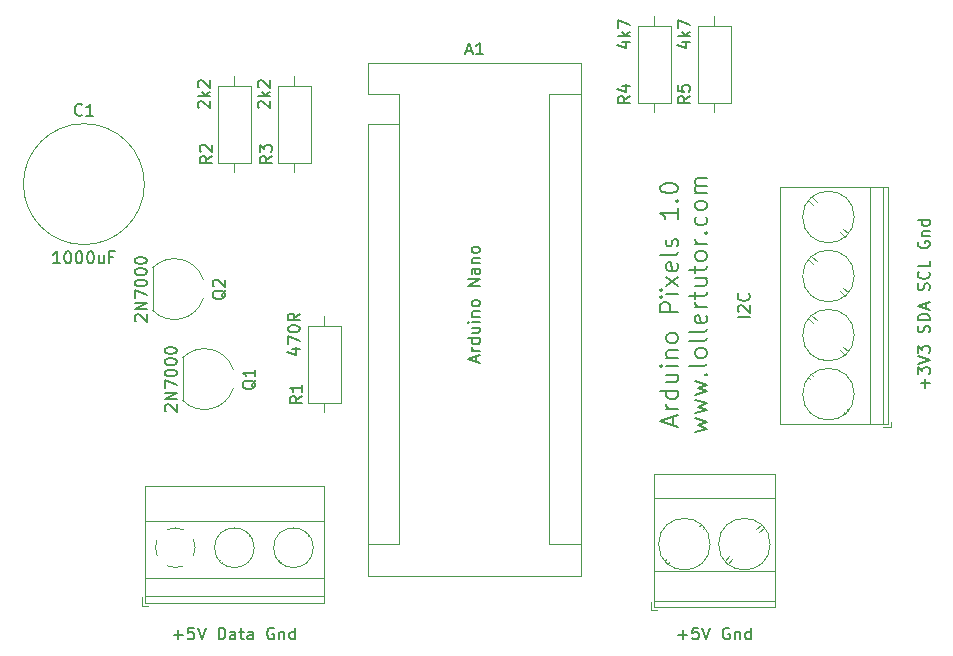
<source format=gbr>
%TF.GenerationSoftware,KiCad,Pcbnew,(6.0.5)*%
%TF.CreationDate,2022-07-13T22:10:15+01:00*%
%TF.ProjectId,WheelchairPCBKiCad,57686565-6c63-4686-9169-725043424b69,rev?*%
%TF.SameCoordinates,Original*%
%TF.FileFunction,Legend,Top*%
%TF.FilePolarity,Positive*%
%FSLAX46Y46*%
G04 Gerber Fmt 4.6, Leading zero omitted, Abs format (unit mm)*
G04 Created by KiCad (PCBNEW (6.0.5)) date 2022-07-13 22:10:15*
%MOMM*%
%LPD*%
G01*
G04 APERTURE LIST*
%ADD10C,0.150000*%
%ADD11C,0.120000*%
G04 APERTURE END LIST*
D10*
X118422500Y-106770000D02*
X118422500Y-106055714D01*
X118851071Y-106912857D02*
X117351071Y-106412857D01*
X118851071Y-105912857D01*
X118851071Y-105412857D02*
X117851071Y-105412857D01*
X118136785Y-105412857D02*
X117993928Y-105341428D01*
X117922500Y-105270000D01*
X117851071Y-105127142D01*
X117851071Y-104984285D01*
X118851071Y-103841428D02*
X117351071Y-103841428D01*
X118779642Y-103841428D02*
X118851071Y-103984285D01*
X118851071Y-104270000D01*
X118779642Y-104412857D01*
X118708214Y-104484285D01*
X118565357Y-104555714D01*
X118136785Y-104555714D01*
X117993928Y-104484285D01*
X117922500Y-104412857D01*
X117851071Y-104270000D01*
X117851071Y-103984285D01*
X117922500Y-103841428D01*
X117851071Y-102484285D02*
X118851071Y-102484285D01*
X117851071Y-103127142D02*
X118636785Y-103127142D01*
X118779642Y-103055714D01*
X118851071Y-102912857D01*
X118851071Y-102698571D01*
X118779642Y-102555714D01*
X118708214Y-102484285D01*
X118851071Y-101770000D02*
X117851071Y-101770000D01*
X117351071Y-101770000D02*
X117422500Y-101841428D01*
X117493928Y-101770000D01*
X117422500Y-101698571D01*
X117351071Y-101770000D01*
X117493928Y-101770000D01*
X117851071Y-101055714D02*
X118851071Y-101055714D01*
X117993928Y-101055714D02*
X117922500Y-100984285D01*
X117851071Y-100841428D01*
X117851071Y-100627142D01*
X117922500Y-100484285D01*
X118065357Y-100412857D01*
X118851071Y-100412857D01*
X118851071Y-99484285D02*
X118779642Y-99627142D01*
X118708214Y-99698571D01*
X118565357Y-99770000D01*
X118136785Y-99770000D01*
X117993928Y-99698571D01*
X117922500Y-99627142D01*
X117851071Y-99484285D01*
X117851071Y-99270000D01*
X117922500Y-99127142D01*
X117993928Y-99055714D01*
X118136785Y-98984285D01*
X118565357Y-98984285D01*
X118708214Y-99055714D01*
X118779642Y-99127142D01*
X118851071Y-99270000D01*
X118851071Y-99484285D01*
X118851071Y-97198571D02*
X117351071Y-97198571D01*
X117351071Y-96627142D01*
X117422500Y-96484285D01*
X117493928Y-96412857D01*
X117636785Y-96341428D01*
X117851071Y-96341428D01*
X117993928Y-96412857D01*
X118065357Y-96484285D01*
X118136785Y-96627142D01*
X118136785Y-97198571D01*
X117351071Y-95912857D02*
X117422500Y-95841428D01*
X117493928Y-95912857D01*
X117422500Y-95984285D01*
X117351071Y-95912857D01*
X117493928Y-95912857D01*
X117351071Y-95341428D02*
X117422500Y-95270000D01*
X117493928Y-95341428D01*
X117422500Y-95412857D01*
X117351071Y-95341428D01*
X117493928Y-95341428D01*
X118851071Y-95627142D02*
X117851071Y-95627142D01*
X118851071Y-94984285D02*
X117851071Y-94198571D01*
X117851071Y-94984285D02*
X118851071Y-94198571D01*
X118779642Y-93055714D02*
X118851071Y-93198571D01*
X118851071Y-93484285D01*
X118779642Y-93627142D01*
X118636785Y-93698571D01*
X118065357Y-93698571D01*
X117922500Y-93627142D01*
X117851071Y-93484285D01*
X117851071Y-93198571D01*
X117922500Y-93055714D01*
X118065357Y-92984285D01*
X118208214Y-92984285D01*
X118351071Y-93698571D01*
X118851071Y-92127142D02*
X118779642Y-92270000D01*
X118636785Y-92341428D01*
X117351071Y-92341428D01*
X118779642Y-91627142D02*
X118851071Y-91484285D01*
X118851071Y-91198571D01*
X118779642Y-91055714D01*
X118636785Y-90984285D01*
X118565357Y-90984285D01*
X118422500Y-91055714D01*
X118351071Y-91198571D01*
X118351071Y-91412857D01*
X118279642Y-91555714D01*
X118136785Y-91627142D01*
X118065357Y-91627142D01*
X117922500Y-91555714D01*
X117851071Y-91412857D01*
X117851071Y-91198571D01*
X117922500Y-91055714D01*
X118851071Y-88412857D02*
X118851071Y-89270000D01*
X118851071Y-88841428D02*
X117351071Y-88841428D01*
X117565357Y-88984285D01*
X117708214Y-89127142D01*
X117779642Y-89270000D01*
X118708214Y-87770000D02*
X118779642Y-87698571D01*
X118851071Y-87770000D01*
X118779642Y-87841428D01*
X118708214Y-87770000D01*
X118851071Y-87770000D01*
X117351071Y-86770000D02*
X117351071Y-86627142D01*
X117422500Y-86484285D01*
X117493928Y-86412857D01*
X117636785Y-86341428D01*
X117922500Y-86270000D01*
X118279642Y-86270000D01*
X118565357Y-86341428D01*
X118708214Y-86412857D01*
X118779642Y-86484285D01*
X118851071Y-86627142D01*
X118851071Y-86770000D01*
X118779642Y-86912857D01*
X118708214Y-86984285D01*
X118565357Y-87055714D01*
X118279642Y-87127142D01*
X117922500Y-87127142D01*
X117636785Y-87055714D01*
X117493928Y-86984285D01*
X117422500Y-86912857D01*
X117351071Y-86770000D01*
X120266071Y-107341428D02*
X121266071Y-107055714D01*
X120551785Y-106770000D01*
X121266071Y-106484285D01*
X120266071Y-106198571D01*
X120266071Y-105770000D02*
X121266071Y-105484285D01*
X120551785Y-105198571D01*
X121266071Y-104912857D01*
X120266071Y-104627142D01*
X120266071Y-104198571D02*
X121266071Y-103912857D01*
X120551785Y-103627142D01*
X121266071Y-103341428D01*
X120266071Y-103055714D01*
X121123214Y-102484285D02*
X121194642Y-102412857D01*
X121266071Y-102484285D01*
X121194642Y-102555714D01*
X121123214Y-102484285D01*
X121266071Y-102484285D01*
X121266071Y-101555714D02*
X121194642Y-101698571D01*
X121051785Y-101770000D01*
X119766071Y-101770000D01*
X121266071Y-100770000D02*
X121194642Y-100912857D01*
X121123214Y-100984285D01*
X120980357Y-101055714D01*
X120551785Y-101055714D01*
X120408928Y-100984285D01*
X120337500Y-100912857D01*
X120266071Y-100770000D01*
X120266071Y-100555714D01*
X120337500Y-100412857D01*
X120408928Y-100341428D01*
X120551785Y-100270000D01*
X120980357Y-100270000D01*
X121123214Y-100341428D01*
X121194642Y-100412857D01*
X121266071Y-100555714D01*
X121266071Y-100770000D01*
X121266071Y-99412857D02*
X121194642Y-99555714D01*
X121051785Y-99627142D01*
X119766071Y-99627142D01*
X121266071Y-98627142D02*
X121194642Y-98770000D01*
X121051785Y-98841428D01*
X119766071Y-98841428D01*
X121194642Y-97484285D02*
X121266071Y-97627142D01*
X121266071Y-97912857D01*
X121194642Y-98055714D01*
X121051785Y-98127142D01*
X120480357Y-98127142D01*
X120337500Y-98055714D01*
X120266071Y-97912857D01*
X120266071Y-97627142D01*
X120337500Y-97484285D01*
X120480357Y-97412857D01*
X120623214Y-97412857D01*
X120766071Y-98127142D01*
X121266071Y-96770000D02*
X120266071Y-96770000D01*
X120551785Y-96770000D02*
X120408928Y-96698571D01*
X120337500Y-96627142D01*
X120266071Y-96484285D01*
X120266071Y-96341428D01*
X120266071Y-96055714D02*
X120266071Y-95484285D01*
X119766071Y-95841428D02*
X121051785Y-95841428D01*
X121194642Y-95770000D01*
X121266071Y-95627142D01*
X121266071Y-95484285D01*
X120266071Y-94341428D02*
X121266071Y-94341428D01*
X120266071Y-94984285D02*
X121051785Y-94984285D01*
X121194642Y-94912857D01*
X121266071Y-94770000D01*
X121266071Y-94555714D01*
X121194642Y-94412857D01*
X121123214Y-94341428D01*
X120266071Y-93841428D02*
X120266071Y-93270000D01*
X119766071Y-93627142D02*
X121051785Y-93627142D01*
X121194642Y-93555714D01*
X121266071Y-93412857D01*
X121266071Y-93270000D01*
X121266071Y-92555714D02*
X121194642Y-92698571D01*
X121123214Y-92770000D01*
X120980357Y-92841428D01*
X120551785Y-92841428D01*
X120408928Y-92770000D01*
X120337500Y-92698571D01*
X120266071Y-92555714D01*
X120266071Y-92341428D01*
X120337500Y-92198571D01*
X120408928Y-92127142D01*
X120551785Y-92055714D01*
X120980357Y-92055714D01*
X121123214Y-92127142D01*
X121194642Y-92198571D01*
X121266071Y-92341428D01*
X121266071Y-92555714D01*
X121266071Y-91412857D02*
X120266071Y-91412857D01*
X120551785Y-91412857D02*
X120408928Y-91341428D01*
X120337500Y-91270000D01*
X120266071Y-91127142D01*
X120266071Y-90984285D01*
X121123214Y-90484285D02*
X121194642Y-90412857D01*
X121266071Y-90484285D01*
X121194642Y-90555714D01*
X121123214Y-90484285D01*
X121266071Y-90484285D01*
X121194642Y-89127142D02*
X121266071Y-89270000D01*
X121266071Y-89555714D01*
X121194642Y-89698571D01*
X121123214Y-89770000D01*
X120980357Y-89841428D01*
X120551785Y-89841428D01*
X120408928Y-89770000D01*
X120337500Y-89698571D01*
X120266071Y-89555714D01*
X120266071Y-89270000D01*
X120337500Y-89127142D01*
X121266071Y-88270000D02*
X121194642Y-88412857D01*
X121123214Y-88484285D01*
X120980357Y-88555714D01*
X120551785Y-88555714D01*
X120408928Y-88484285D01*
X120337500Y-88412857D01*
X120266071Y-88270000D01*
X120266071Y-88055714D01*
X120337500Y-87912857D01*
X120408928Y-87841428D01*
X120551785Y-87770000D01*
X120980357Y-87770000D01*
X121123214Y-87841428D01*
X121194642Y-87912857D01*
X121266071Y-88055714D01*
X121266071Y-88270000D01*
X121266071Y-87127142D02*
X120266071Y-87127142D01*
X120408928Y-87127142D02*
X120337500Y-87055714D01*
X120266071Y-86912857D01*
X120266071Y-86698571D01*
X120337500Y-86555714D01*
X120480357Y-86484285D01*
X121266071Y-86484285D01*
X120480357Y-86484285D02*
X120337500Y-86412857D01*
X120266071Y-86270000D01*
X120266071Y-86055714D01*
X120337500Y-85912857D01*
X120480357Y-85841428D01*
X121266071Y-85841428D01*
X139771428Y-103615238D02*
X139771428Y-102853333D01*
X140152380Y-103234285D02*
X139390476Y-103234285D01*
X139152380Y-102472380D02*
X139152380Y-101853333D01*
X139533333Y-102186666D01*
X139533333Y-102043809D01*
X139580952Y-101948571D01*
X139628571Y-101900952D01*
X139723809Y-101853333D01*
X139961904Y-101853333D01*
X140057142Y-101900952D01*
X140104761Y-101948571D01*
X140152380Y-102043809D01*
X140152380Y-102329523D01*
X140104761Y-102424761D01*
X140057142Y-102472380D01*
X139152380Y-101567619D02*
X140152380Y-101234285D01*
X139152380Y-100900952D01*
X139152380Y-100662857D02*
X139152380Y-100043809D01*
X139533333Y-100377142D01*
X139533333Y-100234285D01*
X139580952Y-100139047D01*
X139628571Y-100091428D01*
X139723809Y-100043809D01*
X139961904Y-100043809D01*
X140057142Y-100091428D01*
X140104761Y-100139047D01*
X140152380Y-100234285D01*
X140152380Y-100520000D01*
X140104761Y-100615238D01*
X140057142Y-100662857D01*
X140104761Y-98900952D02*
X140152380Y-98758095D01*
X140152380Y-98520000D01*
X140104761Y-98424761D01*
X140057142Y-98377142D01*
X139961904Y-98329523D01*
X139866666Y-98329523D01*
X139771428Y-98377142D01*
X139723809Y-98424761D01*
X139676190Y-98520000D01*
X139628571Y-98710476D01*
X139580952Y-98805714D01*
X139533333Y-98853333D01*
X139438095Y-98900952D01*
X139342857Y-98900952D01*
X139247619Y-98853333D01*
X139200000Y-98805714D01*
X139152380Y-98710476D01*
X139152380Y-98472380D01*
X139200000Y-98329523D01*
X140152380Y-97900952D02*
X139152380Y-97900952D01*
X139152380Y-97662857D01*
X139200000Y-97520000D01*
X139295238Y-97424761D01*
X139390476Y-97377142D01*
X139580952Y-97329523D01*
X139723809Y-97329523D01*
X139914285Y-97377142D01*
X140009523Y-97424761D01*
X140104761Y-97520000D01*
X140152380Y-97662857D01*
X140152380Y-97900952D01*
X139866666Y-96948571D02*
X139866666Y-96472380D01*
X140152380Y-97043809D02*
X139152380Y-96710476D01*
X140152380Y-96377142D01*
X140104761Y-95329523D02*
X140152380Y-95186666D01*
X140152380Y-94948571D01*
X140104761Y-94853333D01*
X140057142Y-94805714D01*
X139961904Y-94758095D01*
X139866666Y-94758095D01*
X139771428Y-94805714D01*
X139723809Y-94853333D01*
X139676190Y-94948571D01*
X139628571Y-95139047D01*
X139580952Y-95234285D01*
X139533333Y-95281904D01*
X139438095Y-95329523D01*
X139342857Y-95329523D01*
X139247619Y-95281904D01*
X139200000Y-95234285D01*
X139152380Y-95139047D01*
X139152380Y-94900952D01*
X139200000Y-94758095D01*
X140057142Y-93758095D02*
X140104761Y-93805714D01*
X140152380Y-93948571D01*
X140152380Y-94043809D01*
X140104761Y-94186666D01*
X140009523Y-94281904D01*
X139914285Y-94329523D01*
X139723809Y-94377142D01*
X139580952Y-94377142D01*
X139390476Y-94329523D01*
X139295238Y-94281904D01*
X139200000Y-94186666D01*
X139152380Y-94043809D01*
X139152380Y-93948571D01*
X139200000Y-93805714D01*
X139247619Y-93758095D01*
X140152380Y-92853333D02*
X140152380Y-93329523D01*
X139152380Y-93329523D01*
X139200000Y-91234285D02*
X139152380Y-91329523D01*
X139152380Y-91472380D01*
X139200000Y-91615238D01*
X139295238Y-91710476D01*
X139390476Y-91758095D01*
X139580952Y-91805714D01*
X139723809Y-91805714D01*
X139914285Y-91758095D01*
X140009523Y-91710476D01*
X140104761Y-91615238D01*
X140152380Y-91472380D01*
X140152380Y-91377142D01*
X140104761Y-91234285D01*
X140057142Y-91186666D01*
X139723809Y-91186666D01*
X139723809Y-91377142D01*
X139485714Y-90758095D02*
X140152380Y-90758095D01*
X139580952Y-90758095D02*
X139533333Y-90710476D01*
X139485714Y-90615238D01*
X139485714Y-90472380D01*
X139533333Y-90377142D01*
X139628571Y-90329523D01*
X140152380Y-90329523D01*
X140152380Y-89424761D02*
X139152380Y-89424761D01*
X140104761Y-89424761D02*
X140152380Y-89520000D01*
X140152380Y-89710476D01*
X140104761Y-89805714D01*
X140057142Y-89853333D01*
X139961904Y-89900952D01*
X139676190Y-89900952D01*
X139580952Y-89853333D01*
X139533333Y-89805714D01*
X139485714Y-89710476D01*
X139485714Y-89520000D01*
X139533333Y-89424761D01*
X118848571Y-124531428D02*
X119610476Y-124531428D01*
X119229523Y-124912380D02*
X119229523Y-124150476D01*
X120562857Y-123912380D02*
X120086666Y-123912380D01*
X120039047Y-124388571D01*
X120086666Y-124340952D01*
X120181904Y-124293333D01*
X120420000Y-124293333D01*
X120515238Y-124340952D01*
X120562857Y-124388571D01*
X120610476Y-124483809D01*
X120610476Y-124721904D01*
X120562857Y-124817142D01*
X120515238Y-124864761D01*
X120420000Y-124912380D01*
X120181904Y-124912380D01*
X120086666Y-124864761D01*
X120039047Y-124817142D01*
X120896190Y-123912380D02*
X121229523Y-124912380D01*
X121562857Y-123912380D01*
X123181904Y-123960000D02*
X123086666Y-123912380D01*
X122943809Y-123912380D01*
X122800952Y-123960000D01*
X122705714Y-124055238D01*
X122658095Y-124150476D01*
X122610476Y-124340952D01*
X122610476Y-124483809D01*
X122658095Y-124674285D01*
X122705714Y-124769523D01*
X122800952Y-124864761D01*
X122943809Y-124912380D01*
X123039047Y-124912380D01*
X123181904Y-124864761D01*
X123229523Y-124817142D01*
X123229523Y-124483809D01*
X123039047Y-124483809D01*
X123658095Y-124245714D02*
X123658095Y-124912380D01*
X123658095Y-124340952D02*
X123705714Y-124293333D01*
X123800952Y-124245714D01*
X123943809Y-124245714D01*
X124039047Y-124293333D01*
X124086666Y-124388571D01*
X124086666Y-124912380D01*
X124991428Y-124912380D02*
X124991428Y-123912380D01*
X124991428Y-124864761D02*
X124896190Y-124912380D01*
X124705714Y-124912380D01*
X124610476Y-124864761D01*
X124562857Y-124817142D01*
X124515238Y-124721904D01*
X124515238Y-124436190D01*
X124562857Y-124340952D01*
X124610476Y-124293333D01*
X124705714Y-124245714D01*
X124896190Y-124245714D01*
X124991428Y-124293333D01*
X76137142Y-124531428D02*
X76899047Y-124531428D01*
X76518095Y-124912380D02*
X76518095Y-124150476D01*
X77851428Y-123912380D02*
X77375238Y-123912380D01*
X77327619Y-124388571D01*
X77375238Y-124340952D01*
X77470476Y-124293333D01*
X77708571Y-124293333D01*
X77803809Y-124340952D01*
X77851428Y-124388571D01*
X77899047Y-124483809D01*
X77899047Y-124721904D01*
X77851428Y-124817142D01*
X77803809Y-124864761D01*
X77708571Y-124912380D01*
X77470476Y-124912380D01*
X77375238Y-124864761D01*
X77327619Y-124817142D01*
X78184761Y-123912380D02*
X78518095Y-124912380D01*
X78851428Y-123912380D01*
X79946666Y-124912380D02*
X79946666Y-123912380D01*
X80184761Y-123912380D01*
X80327619Y-123960000D01*
X80422857Y-124055238D01*
X80470476Y-124150476D01*
X80518095Y-124340952D01*
X80518095Y-124483809D01*
X80470476Y-124674285D01*
X80422857Y-124769523D01*
X80327619Y-124864761D01*
X80184761Y-124912380D01*
X79946666Y-124912380D01*
X81375238Y-124912380D02*
X81375238Y-124388571D01*
X81327619Y-124293333D01*
X81232380Y-124245714D01*
X81041904Y-124245714D01*
X80946666Y-124293333D01*
X81375238Y-124864761D02*
X81280000Y-124912380D01*
X81041904Y-124912380D01*
X80946666Y-124864761D01*
X80899047Y-124769523D01*
X80899047Y-124674285D01*
X80946666Y-124579047D01*
X81041904Y-124531428D01*
X81280000Y-124531428D01*
X81375238Y-124483809D01*
X81708571Y-124245714D02*
X82089523Y-124245714D01*
X81851428Y-123912380D02*
X81851428Y-124769523D01*
X81899047Y-124864761D01*
X81994285Y-124912380D01*
X82089523Y-124912380D01*
X82851428Y-124912380D02*
X82851428Y-124388571D01*
X82803809Y-124293333D01*
X82708571Y-124245714D01*
X82518095Y-124245714D01*
X82422857Y-124293333D01*
X82851428Y-124864761D02*
X82756190Y-124912380D01*
X82518095Y-124912380D01*
X82422857Y-124864761D01*
X82375238Y-124769523D01*
X82375238Y-124674285D01*
X82422857Y-124579047D01*
X82518095Y-124531428D01*
X82756190Y-124531428D01*
X82851428Y-124483809D01*
X84613333Y-123960000D02*
X84518095Y-123912380D01*
X84375238Y-123912380D01*
X84232380Y-123960000D01*
X84137142Y-124055238D01*
X84089523Y-124150476D01*
X84041904Y-124340952D01*
X84041904Y-124483809D01*
X84089523Y-124674285D01*
X84137142Y-124769523D01*
X84232380Y-124864761D01*
X84375238Y-124912380D01*
X84470476Y-124912380D01*
X84613333Y-124864761D01*
X84660952Y-124817142D01*
X84660952Y-124483809D01*
X84470476Y-124483809D01*
X85089523Y-124245714D02*
X85089523Y-124912380D01*
X85089523Y-124340952D02*
X85137142Y-124293333D01*
X85232380Y-124245714D01*
X85375238Y-124245714D01*
X85470476Y-124293333D01*
X85518095Y-124388571D01*
X85518095Y-124912380D01*
X86422857Y-124912380D02*
X86422857Y-123912380D01*
X86422857Y-124864761D02*
X86327619Y-124912380D01*
X86137142Y-124912380D01*
X86041904Y-124864761D01*
X85994285Y-124817142D01*
X85946666Y-124721904D01*
X85946666Y-124436190D01*
X85994285Y-124340952D01*
X86041904Y-124293333D01*
X86137142Y-124245714D01*
X86327619Y-124245714D01*
X86422857Y-124293333D01*
%TO.C,C1*%
X68373333Y-80467142D02*
X68325714Y-80514761D01*
X68182857Y-80562380D01*
X68087619Y-80562380D01*
X67944761Y-80514761D01*
X67849523Y-80419523D01*
X67801904Y-80324285D01*
X67754285Y-80133809D01*
X67754285Y-79990952D01*
X67801904Y-79800476D01*
X67849523Y-79705238D01*
X67944761Y-79610000D01*
X68087619Y-79562380D01*
X68182857Y-79562380D01*
X68325714Y-79610000D01*
X68373333Y-79657619D01*
X69325714Y-80562380D02*
X68754285Y-80562380D01*
X69040000Y-80562380D02*
X69040000Y-79562380D01*
X68944761Y-79705238D01*
X68849523Y-79800476D01*
X68754285Y-79848095D01*
X66516190Y-93062380D02*
X65944761Y-93062380D01*
X66230476Y-93062380D02*
X66230476Y-92062380D01*
X66135238Y-92205238D01*
X66040000Y-92300476D01*
X65944761Y-92348095D01*
X67135238Y-92062380D02*
X67230476Y-92062380D01*
X67325714Y-92110000D01*
X67373333Y-92157619D01*
X67420952Y-92252857D01*
X67468571Y-92443333D01*
X67468571Y-92681428D01*
X67420952Y-92871904D01*
X67373333Y-92967142D01*
X67325714Y-93014761D01*
X67230476Y-93062380D01*
X67135238Y-93062380D01*
X67040000Y-93014761D01*
X66992380Y-92967142D01*
X66944761Y-92871904D01*
X66897142Y-92681428D01*
X66897142Y-92443333D01*
X66944761Y-92252857D01*
X66992380Y-92157619D01*
X67040000Y-92110000D01*
X67135238Y-92062380D01*
X68087619Y-92062380D02*
X68182857Y-92062380D01*
X68278095Y-92110000D01*
X68325714Y-92157619D01*
X68373333Y-92252857D01*
X68420952Y-92443333D01*
X68420952Y-92681428D01*
X68373333Y-92871904D01*
X68325714Y-92967142D01*
X68278095Y-93014761D01*
X68182857Y-93062380D01*
X68087619Y-93062380D01*
X67992380Y-93014761D01*
X67944761Y-92967142D01*
X67897142Y-92871904D01*
X67849523Y-92681428D01*
X67849523Y-92443333D01*
X67897142Y-92252857D01*
X67944761Y-92157619D01*
X67992380Y-92110000D01*
X68087619Y-92062380D01*
X69040000Y-92062380D02*
X69135238Y-92062380D01*
X69230476Y-92110000D01*
X69278095Y-92157619D01*
X69325714Y-92252857D01*
X69373333Y-92443333D01*
X69373333Y-92681428D01*
X69325714Y-92871904D01*
X69278095Y-92967142D01*
X69230476Y-93014761D01*
X69135238Y-93062380D01*
X69040000Y-93062380D01*
X68944761Y-93014761D01*
X68897142Y-92967142D01*
X68849523Y-92871904D01*
X68801904Y-92681428D01*
X68801904Y-92443333D01*
X68849523Y-92252857D01*
X68897142Y-92157619D01*
X68944761Y-92110000D01*
X69040000Y-92062380D01*
X70230476Y-92395714D02*
X70230476Y-93062380D01*
X69801904Y-92395714D02*
X69801904Y-92919523D01*
X69849523Y-93014761D01*
X69944761Y-93062380D01*
X70087619Y-93062380D01*
X70182857Y-93014761D01*
X70230476Y-92967142D01*
X71040000Y-92538571D02*
X70706666Y-92538571D01*
X70706666Y-93062380D02*
X70706666Y-92062380D01*
X71182857Y-92062380D01*
%TO.C,A1*%
X100895714Y-75096666D02*
X101371904Y-75096666D01*
X100800476Y-75382380D02*
X101133809Y-74382380D01*
X101467142Y-75382380D01*
X102324285Y-75382380D02*
X101752857Y-75382380D01*
X102038571Y-75382380D02*
X102038571Y-74382380D01*
X101943333Y-74525238D01*
X101848095Y-74620476D01*
X101752857Y-74668095D01*
X101766666Y-101377142D02*
X101766666Y-100900952D01*
X102052380Y-101472380D02*
X101052380Y-101139047D01*
X102052380Y-100805714D01*
X102052380Y-100472380D02*
X101385714Y-100472380D01*
X101576190Y-100472380D02*
X101480952Y-100424761D01*
X101433333Y-100377142D01*
X101385714Y-100281904D01*
X101385714Y-100186666D01*
X102052380Y-99424761D02*
X101052380Y-99424761D01*
X102004761Y-99424761D02*
X102052380Y-99520000D01*
X102052380Y-99710476D01*
X102004761Y-99805714D01*
X101957142Y-99853333D01*
X101861904Y-99900952D01*
X101576190Y-99900952D01*
X101480952Y-99853333D01*
X101433333Y-99805714D01*
X101385714Y-99710476D01*
X101385714Y-99520000D01*
X101433333Y-99424761D01*
X101385714Y-98520000D02*
X102052380Y-98520000D01*
X101385714Y-98948571D02*
X101909523Y-98948571D01*
X102004761Y-98900952D01*
X102052380Y-98805714D01*
X102052380Y-98662857D01*
X102004761Y-98567619D01*
X101957142Y-98520000D01*
X102052380Y-98043809D02*
X101385714Y-98043809D01*
X101052380Y-98043809D02*
X101100000Y-98091428D01*
X101147619Y-98043809D01*
X101100000Y-97996190D01*
X101052380Y-98043809D01*
X101147619Y-98043809D01*
X101385714Y-97567619D02*
X102052380Y-97567619D01*
X101480952Y-97567619D02*
X101433333Y-97520000D01*
X101385714Y-97424761D01*
X101385714Y-97281904D01*
X101433333Y-97186666D01*
X101528571Y-97139047D01*
X102052380Y-97139047D01*
X102052380Y-96520000D02*
X102004761Y-96615238D01*
X101957142Y-96662857D01*
X101861904Y-96710476D01*
X101576190Y-96710476D01*
X101480952Y-96662857D01*
X101433333Y-96615238D01*
X101385714Y-96520000D01*
X101385714Y-96377142D01*
X101433333Y-96281904D01*
X101480952Y-96234285D01*
X101576190Y-96186666D01*
X101861904Y-96186666D01*
X101957142Y-96234285D01*
X102004761Y-96281904D01*
X102052380Y-96377142D01*
X102052380Y-96520000D01*
X102052380Y-94996190D02*
X101052380Y-94996190D01*
X102052380Y-94424761D01*
X101052380Y-94424761D01*
X102052380Y-93520000D02*
X101528571Y-93520000D01*
X101433333Y-93567619D01*
X101385714Y-93662857D01*
X101385714Y-93853333D01*
X101433333Y-93948571D01*
X102004761Y-93520000D02*
X102052380Y-93615238D01*
X102052380Y-93853333D01*
X102004761Y-93948571D01*
X101909523Y-93996190D01*
X101814285Y-93996190D01*
X101719047Y-93948571D01*
X101671428Y-93853333D01*
X101671428Y-93615238D01*
X101623809Y-93520000D01*
X101385714Y-93043809D02*
X102052380Y-93043809D01*
X101480952Y-93043809D02*
X101433333Y-92996190D01*
X101385714Y-92900952D01*
X101385714Y-92758095D01*
X101433333Y-92662857D01*
X101528571Y-92615238D01*
X102052380Y-92615238D01*
X102052380Y-91996190D02*
X102004761Y-92091428D01*
X101957142Y-92139047D01*
X101861904Y-92186666D01*
X101576190Y-92186666D01*
X101480952Y-92139047D01*
X101433333Y-92091428D01*
X101385714Y-91996190D01*
X101385714Y-91853333D01*
X101433333Y-91758095D01*
X101480952Y-91710476D01*
X101576190Y-91662857D01*
X101861904Y-91662857D01*
X101957142Y-91710476D01*
X102004761Y-91758095D01*
X102052380Y-91853333D01*
X102052380Y-91996190D01*
%TO.C,Q2*%
X80547619Y-95345238D02*
X80500000Y-95440476D01*
X80404761Y-95535714D01*
X80261904Y-95678571D01*
X80214285Y-95773809D01*
X80214285Y-95869047D01*
X80452380Y-95821428D02*
X80404761Y-95916666D01*
X80309523Y-96011904D01*
X80119047Y-96059523D01*
X79785714Y-96059523D01*
X79595238Y-96011904D01*
X79500000Y-95916666D01*
X79452380Y-95821428D01*
X79452380Y-95630952D01*
X79500000Y-95535714D01*
X79595238Y-95440476D01*
X79785714Y-95392857D01*
X80119047Y-95392857D01*
X80309523Y-95440476D01*
X80404761Y-95535714D01*
X80452380Y-95630952D01*
X80452380Y-95821428D01*
X79547619Y-95011904D02*
X79500000Y-94964285D01*
X79452380Y-94869047D01*
X79452380Y-94630952D01*
X79500000Y-94535714D01*
X79547619Y-94488095D01*
X79642857Y-94440476D01*
X79738095Y-94440476D01*
X79880952Y-94488095D01*
X80452380Y-95059523D01*
X80452380Y-94440476D01*
X72957619Y-97964285D02*
X72910000Y-97916666D01*
X72862380Y-97821428D01*
X72862380Y-97583333D01*
X72910000Y-97488095D01*
X72957619Y-97440476D01*
X73052857Y-97392857D01*
X73148095Y-97392857D01*
X73290952Y-97440476D01*
X73862380Y-98011904D01*
X73862380Y-97392857D01*
X73862380Y-96964285D02*
X72862380Y-96964285D01*
X73862380Y-96392857D01*
X72862380Y-96392857D01*
X72862380Y-96011904D02*
X72862380Y-95345238D01*
X73862380Y-95773809D01*
X72862380Y-94773809D02*
X72862380Y-94678571D01*
X72910000Y-94583333D01*
X72957619Y-94535714D01*
X73052857Y-94488095D01*
X73243333Y-94440476D01*
X73481428Y-94440476D01*
X73671904Y-94488095D01*
X73767142Y-94535714D01*
X73814761Y-94583333D01*
X73862380Y-94678571D01*
X73862380Y-94773809D01*
X73814761Y-94869047D01*
X73767142Y-94916666D01*
X73671904Y-94964285D01*
X73481428Y-95011904D01*
X73243333Y-95011904D01*
X73052857Y-94964285D01*
X72957619Y-94916666D01*
X72910000Y-94869047D01*
X72862380Y-94773809D01*
X72862380Y-93821428D02*
X72862380Y-93726190D01*
X72910000Y-93630952D01*
X72957619Y-93583333D01*
X73052857Y-93535714D01*
X73243333Y-93488095D01*
X73481428Y-93488095D01*
X73671904Y-93535714D01*
X73767142Y-93583333D01*
X73814761Y-93630952D01*
X73862380Y-93726190D01*
X73862380Y-93821428D01*
X73814761Y-93916666D01*
X73767142Y-93964285D01*
X73671904Y-94011904D01*
X73481428Y-94059523D01*
X73243333Y-94059523D01*
X73052857Y-94011904D01*
X72957619Y-93964285D01*
X72910000Y-93916666D01*
X72862380Y-93821428D01*
X72862380Y-92869047D02*
X72862380Y-92773809D01*
X72910000Y-92678571D01*
X72957619Y-92630952D01*
X73052857Y-92583333D01*
X73243333Y-92535714D01*
X73481428Y-92535714D01*
X73671904Y-92583333D01*
X73767142Y-92630952D01*
X73814761Y-92678571D01*
X73862380Y-92773809D01*
X73862380Y-92869047D01*
X73814761Y-92964285D01*
X73767142Y-93011904D01*
X73671904Y-93059523D01*
X73481428Y-93107142D01*
X73243333Y-93107142D01*
X73052857Y-93059523D01*
X72957619Y-93011904D01*
X72910000Y-92964285D01*
X72862380Y-92869047D01*
%TO.C,Q1*%
X83087619Y-102965238D02*
X83040000Y-103060476D01*
X82944761Y-103155714D01*
X82801904Y-103298571D01*
X82754285Y-103393809D01*
X82754285Y-103489047D01*
X82992380Y-103441428D02*
X82944761Y-103536666D01*
X82849523Y-103631904D01*
X82659047Y-103679523D01*
X82325714Y-103679523D01*
X82135238Y-103631904D01*
X82040000Y-103536666D01*
X81992380Y-103441428D01*
X81992380Y-103250952D01*
X82040000Y-103155714D01*
X82135238Y-103060476D01*
X82325714Y-103012857D01*
X82659047Y-103012857D01*
X82849523Y-103060476D01*
X82944761Y-103155714D01*
X82992380Y-103250952D01*
X82992380Y-103441428D01*
X82992380Y-102060476D02*
X82992380Y-102631904D01*
X82992380Y-102346190D02*
X81992380Y-102346190D01*
X82135238Y-102441428D01*
X82230476Y-102536666D01*
X82278095Y-102631904D01*
X75497619Y-105584285D02*
X75450000Y-105536666D01*
X75402380Y-105441428D01*
X75402380Y-105203333D01*
X75450000Y-105108095D01*
X75497619Y-105060476D01*
X75592857Y-105012857D01*
X75688095Y-105012857D01*
X75830952Y-105060476D01*
X76402380Y-105631904D01*
X76402380Y-105012857D01*
X76402380Y-104584285D02*
X75402380Y-104584285D01*
X76402380Y-104012857D01*
X75402380Y-104012857D01*
X75402380Y-103631904D02*
X75402380Y-102965238D01*
X76402380Y-103393809D01*
X75402380Y-102393809D02*
X75402380Y-102298571D01*
X75450000Y-102203333D01*
X75497619Y-102155714D01*
X75592857Y-102108095D01*
X75783333Y-102060476D01*
X76021428Y-102060476D01*
X76211904Y-102108095D01*
X76307142Y-102155714D01*
X76354761Y-102203333D01*
X76402380Y-102298571D01*
X76402380Y-102393809D01*
X76354761Y-102489047D01*
X76307142Y-102536666D01*
X76211904Y-102584285D01*
X76021428Y-102631904D01*
X75783333Y-102631904D01*
X75592857Y-102584285D01*
X75497619Y-102536666D01*
X75450000Y-102489047D01*
X75402380Y-102393809D01*
X75402380Y-101441428D02*
X75402380Y-101346190D01*
X75450000Y-101250952D01*
X75497619Y-101203333D01*
X75592857Y-101155714D01*
X75783333Y-101108095D01*
X76021428Y-101108095D01*
X76211904Y-101155714D01*
X76307142Y-101203333D01*
X76354761Y-101250952D01*
X76402380Y-101346190D01*
X76402380Y-101441428D01*
X76354761Y-101536666D01*
X76307142Y-101584285D01*
X76211904Y-101631904D01*
X76021428Y-101679523D01*
X75783333Y-101679523D01*
X75592857Y-101631904D01*
X75497619Y-101584285D01*
X75450000Y-101536666D01*
X75402380Y-101441428D01*
X75402380Y-100489047D02*
X75402380Y-100393809D01*
X75450000Y-100298571D01*
X75497619Y-100250952D01*
X75592857Y-100203333D01*
X75783333Y-100155714D01*
X76021428Y-100155714D01*
X76211904Y-100203333D01*
X76307142Y-100250952D01*
X76354761Y-100298571D01*
X76402380Y-100393809D01*
X76402380Y-100489047D01*
X76354761Y-100584285D01*
X76307142Y-100631904D01*
X76211904Y-100679523D01*
X76021428Y-100727142D01*
X75783333Y-100727142D01*
X75592857Y-100679523D01*
X75497619Y-100631904D01*
X75450000Y-100584285D01*
X75402380Y-100489047D01*
%TO.C,R5*%
X119832380Y-78906666D02*
X119356190Y-79240000D01*
X119832380Y-79478095D02*
X118832380Y-79478095D01*
X118832380Y-79097142D01*
X118880000Y-79001904D01*
X118927619Y-78954285D01*
X119022857Y-78906666D01*
X119165714Y-78906666D01*
X119260952Y-78954285D01*
X119308571Y-79001904D01*
X119356190Y-79097142D01*
X119356190Y-79478095D01*
X118832380Y-78001904D02*
X118832380Y-78478095D01*
X119308571Y-78525714D01*
X119260952Y-78478095D01*
X119213333Y-78382857D01*
X119213333Y-78144761D01*
X119260952Y-78049523D01*
X119308571Y-78001904D01*
X119403809Y-77954285D01*
X119641904Y-77954285D01*
X119737142Y-78001904D01*
X119784761Y-78049523D01*
X119832380Y-78144761D01*
X119832380Y-78382857D01*
X119784761Y-78478095D01*
X119737142Y-78525714D01*
X119165714Y-74350476D02*
X119832380Y-74350476D01*
X118784761Y-74588571D02*
X119499047Y-74826666D01*
X119499047Y-74207619D01*
X119832380Y-73826666D02*
X118832380Y-73826666D01*
X119451428Y-73731428D02*
X119832380Y-73445714D01*
X119165714Y-73445714D02*
X119546666Y-73826666D01*
X118832380Y-73112380D02*
X118832380Y-72445714D01*
X119832380Y-72874285D01*
%TO.C,R4*%
X114752380Y-78906666D02*
X114276190Y-79240000D01*
X114752380Y-79478095D02*
X113752380Y-79478095D01*
X113752380Y-79097142D01*
X113800000Y-79001904D01*
X113847619Y-78954285D01*
X113942857Y-78906666D01*
X114085714Y-78906666D01*
X114180952Y-78954285D01*
X114228571Y-79001904D01*
X114276190Y-79097142D01*
X114276190Y-79478095D01*
X114085714Y-78049523D02*
X114752380Y-78049523D01*
X113704761Y-78287619D02*
X114419047Y-78525714D01*
X114419047Y-77906666D01*
X114085714Y-74350476D02*
X114752380Y-74350476D01*
X113704761Y-74588571D02*
X114419047Y-74826666D01*
X114419047Y-74207619D01*
X114752380Y-73826666D02*
X113752380Y-73826666D01*
X114371428Y-73731428D02*
X114752380Y-73445714D01*
X114085714Y-73445714D02*
X114466666Y-73826666D01*
X113752380Y-73112380D02*
X113752380Y-72445714D01*
X114752380Y-72874285D01*
%TO.C,R3*%
X84442380Y-83986666D02*
X83966190Y-84320000D01*
X84442380Y-84558095D02*
X83442380Y-84558095D01*
X83442380Y-84177142D01*
X83490000Y-84081904D01*
X83537619Y-84034285D01*
X83632857Y-83986666D01*
X83775714Y-83986666D01*
X83870952Y-84034285D01*
X83918571Y-84081904D01*
X83966190Y-84177142D01*
X83966190Y-84558095D01*
X83442380Y-83653333D02*
X83442380Y-83034285D01*
X83823333Y-83367619D01*
X83823333Y-83224761D01*
X83870952Y-83129523D01*
X83918571Y-83081904D01*
X84013809Y-83034285D01*
X84251904Y-83034285D01*
X84347142Y-83081904D01*
X84394761Y-83129523D01*
X84442380Y-83224761D01*
X84442380Y-83510476D01*
X84394761Y-83605714D01*
X84347142Y-83653333D01*
X83367619Y-79906666D02*
X83320000Y-79859047D01*
X83272380Y-79763809D01*
X83272380Y-79525714D01*
X83320000Y-79430476D01*
X83367619Y-79382857D01*
X83462857Y-79335238D01*
X83558095Y-79335238D01*
X83700952Y-79382857D01*
X84272380Y-79954285D01*
X84272380Y-79335238D01*
X84272380Y-78906666D02*
X83272380Y-78906666D01*
X83891428Y-78811428D02*
X84272380Y-78525714D01*
X83605714Y-78525714D02*
X83986666Y-78906666D01*
X83367619Y-78144761D02*
X83320000Y-78097142D01*
X83272380Y-78001904D01*
X83272380Y-77763809D01*
X83320000Y-77668571D01*
X83367619Y-77620952D01*
X83462857Y-77573333D01*
X83558095Y-77573333D01*
X83700952Y-77620952D01*
X84272380Y-78192380D01*
X84272380Y-77573333D01*
%TO.C,R2*%
X79362380Y-83986666D02*
X78886190Y-84320000D01*
X79362380Y-84558095D02*
X78362380Y-84558095D01*
X78362380Y-84177142D01*
X78410000Y-84081904D01*
X78457619Y-84034285D01*
X78552857Y-83986666D01*
X78695714Y-83986666D01*
X78790952Y-84034285D01*
X78838571Y-84081904D01*
X78886190Y-84177142D01*
X78886190Y-84558095D01*
X78457619Y-83605714D02*
X78410000Y-83558095D01*
X78362380Y-83462857D01*
X78362380Y-83224761D01*
X78410000Y-83129523D01*
X78457619Y-83081904D01*
X78552857Y-83034285D01*
X78648095Y-83034285D01*
X78790952Y-83081904D01*
X79362380Y-83653333D01*
X79362380Y-83034285D01*
X78287619Y-79906666D02*
X78240000Y-79859047D01*
X78192380Y-79763809D01*
X78192380Y-79525714D01*
X78240000Y-79430476D01*
X78287619Y-79382857D01*
X78382857Y-79335238D01*
X78478095Y-79335238D01*
X78620952Y-79382857D01*
X79192380Y-79954285D01*
X79192380Y-79335238D01*
X79192380Y-78906666D02*
X78192380Y-78906666D01*
X78811428Y-78811428D02*
X79192380Y-78525714D01*
X78525714Y-78525714D02*
X78906666Y-78906666D01*
X78287619Y-78144761D02*
X78240000Y-78097142D01*
X78192380Y-78001904D01*
X78192380Y-77763809D01*
X78240000Y-77668571D01*
X78287619Y-77620952D01*
X78382857Y-77573333D01*
X78478095Y-77573333D01*
X78620952Y-77620952D01*
X79192380Y-78192380D01*
X79192380Y-77573333D01*
%TO.C,R1*%
X86982380Y-104306666D02*
X86506190Y-104640000D01*
X86982380Y-104878095D02*
X85982380Y-104878095D01*
X85982380Y-104497142D01*
X86030000Y-104401904D01*
X86077619Y-104354285D01*
X86172857Y-104306666D01*
X86315714Y-104306666D01*
X86410952Y-104354285D01*
X86458571Y-104401904D01*
X86506190Y-104497142D01*
X86506190Y-104878095D01*
X86982380Y-103354285D02*
X86982380Y-103925714D01*
X86982380Y-103640000D02*
X85982380Y-103640000D01*
X86125238Y-103735238D01*
X86220476Y-103830476D01*
X86268095Y-103925714D01*
X86145714Y-100321904D02*
X86812380Y-100321904D01*
X85764761Y-100560000D02*
X86479047Y-100798095D01*
X86479047Y-100179047D01*
X85812380Y-99893333D02*
X85812380Y-99226666D01*
X86812380Y-99655238D01*
X85812380Y-98655238D02*
X85812380Y-98560000D01*
X85860000Y-98464761D01*
X85907619Y-98417142D01*
X86002857Y-98369523D01*
X86193333Y-98321904D01*
X86431428Y-98321904D01*
X86621904Y-98369523D01*
X86717142Y-98417142D01*
X86764761Y-98464761D01*
X86812380Y-98560000D01*
X86812380Y-98655238D01*
X86764761Y-98750476D01*
X86717142Y-98798095D01*
X86621904Y-98845714D01*
X86431428Y-98893333D01*
X86193333Y-98893333D01*
X86002857Y-98845714D01*
X85907619Y-98798095D01*
X85860000Y-98750476D01*
X85812380Y-98655238D01*
X86812380Y-97321904D02*
X86336190Y-97655238D01*
X86812380Y-97893333D02*
X85812380Y-97893333D01*
X85812380Y-97512380D01*
X85860000Y-97417142D01*
X85907619Y-97369523D01*
X86002857Y-97321904D01*
X86145714Y-97321904D01*
X86240952Y-97369523D01*
X86288571Y-97417142D01*
X86336190Y-97512380D01*
X86336190Y-97893333D01*
%TO.C,J3*%
X124912380Y-97615690D02*
X123912380Y-97615690D01*
X124007619Y-97187119D02*
X123960000Y-97139500D01*
X123912380Y-97044261D01*
X123912380Y-96806166D01*
X123960000Y-96710928D01*
X124007619Y-96663309D01*
X124102857Y-96615690D01*
X124198095Y-96615690D01*
X124340952Y-96663309D01*
X124912380Y-97234738D01*
X124912380Y-96615690D01*
X124817142Y-95615690D02*
X124864761Y-95663309D01*
X124912380Y-95806166D01*
X124912380Y-95901404D01*
X124864761Y-96044261D01*
X124769523Y-96139500D01*
X124674285Y-96187119D01*
X124483809Y-96234738D01*
X124340952Y-96234738D01*
X124150476Y-96187119D01*
X124055238Y-96139500D01*
X123960000Y-96044261D01*
X123912380Y-95901404D01*
X123912380Y-95806166D01*
X123960000Y-95663309D01*
X124007619Y-95615690D01*
D11*
%TO.C,C1*%
X73660000Y-86360000D02*
G75*
G03*
X73660000Y-86360000I-5120000J0D01*
G01*
%TO.C,A1*%
X95260000Y-78740000D02*
X92590000Y-78740000D01*
X110630000Y-119510000D02*
X110630000Y-76070000D01*
X92590000Y-81280000D02*
X92590000Y-119510000D01*
X95260000Y-116840000D02*
X92590000Y-116840000D01*
X107960000Y-78740000D02*
X107960000Y-116840000D01*
X95260000Y-81280000D02*
X95260000Y-78740000D01*
X107960000Y-116840000D02*
X110630000Y-116840000D01*
X107960000Y-78740000D02*
X110630000Y-78740000D01*
X95260000Y-81280000D02*
X92590000Y-81280000D01*
X110630000Y-76070000D02*
X92590000Y-76070000D01*
X92590000Y-119510000D02*
X110630000Y-119510000D01*
X92590000Y-76070000D02*
X92590000Y-78740000D01*
X95260000Y-81280000D02*
X95260000Y-116840000D01*
%TO.C,Q2*%
X74350000Y-93450000D02*
X74350000Y-97050000D01*
X78650000Y-94430000D02*
G75*
G03*
X74357844Y-93438547I-2450000J-820000D01*
G01*
X74372316Y-97058445D02*
G75*
G03*
X78650000Y-96030000I1827684J1808445D01*
G01*
%TO.C,Q1*%
X76890000Y-101070000D02*
X76890000Y-104670000D01*
X81190000Y-102050000D02*
G75*
G03*
X76897844Y-101058547I-2450000J-820000D01*
G01*
X76912316Y-104678445D02*
G75*
G03*
X81190000Y-103650000I1827684J1808445D01*
G01*
%TO.C,R5*%
X121920000Y-80240000D02*
X121920000Y-79470000D01*
X121920000Y-72160000D02*
X121920000Y-72930000D01*
X123290000Y-72930000D02*
X120550000Y-72930000D01*
X120550000Y-79470000D02*
X123290000Y-79470000D01*
X120550000Y-72930000D02*
X120550000Y-79470000D01*
X123290000Y-79470000D02*
X123290000Y-72930000D01*
%TO.C,R4*%
X116840000Y-80240000D02*
X116840000Y-79470000D01*
X116840000Y-72160000D02*
X116840000Y-72930000D01*
X118210000Y-72930000D02*
X115470000Y-72930000D01*
X115470000Y-79470000D02*
X118210000Y-79470000D01*
X115470000Y-72930000D02*
X115470000Y-79470000D01*
X118210000Y-79470000D02*
X118210000Y-72930000D01*
%TO.C,R3*%
X86360000Y-77240000D02*
X86360000Y-78010000D01*
X86360000Y-85320000D02*
X86360000Y-84550000D01*
X84990000Y-84550000D02*
X87730000Y-84550000D01*
X87730000Y-78010000D02*
X84990000Y-78010000D01*
X87730000Y-84550000D02*
X87730000Y-78010000D01*
X84990000Y-78010000D02*
X84990000Y-84550000D01*
%TO.C,R2*%
X81280000Y-77240000D02*
X81280000Y-78010000D01*
X81280000Y-85320000D02*
X81280000Y-84550000D01*
X79910000Y-84550000D02*
X82650000Y-84550000D01*
X82650000Y-78010000D02*
X79910000Y-78010000D01*
X82650000Y-84550000D02*
X82650000Y-78010000D01*
X79910000Y-78010000D02*
X79910000Y-84550000D01*
%TO.C,R1*%
X88900000Y-97560000D02*
X88900000Y-98330000D01*
X88900000Y-105640000D02*
X88900000Y-104870000D01*
X87530000Y-104870000D02*
X90270000Y-104870000D01*
X90270000Y-98330000D02*
X87530000Y-98330000D01*
X90270000Y-104870000D02*
X90270000Y-98330000D01*
X87530000Y-98330000D02*
X87530000Y-104870000D01*
%TO.C,J2*%
X73720000Y-121805000D02*
X88840000Y-121805000D01*
X80246000Y-118384000D02*
X80211000Y-118419000D01*
X82350000Y-115870000D02*
X82315000Y-115906000D01*
X87555000Y-116076000D02*
X87508000Y-116122000D01*
X82555000Y-116076000D02*
X82508000Y-116122000D01*
X73480000Y-122045000D02*
X73980000Y-122045000D01*
X80053000Y-118168000D02*
X80006000Y-118214000D01*
X85246000Y-118384000D02*
X85211000Y-118419000D01*
X73720000Y-121245000D02*
X88840000Y-121245000D01*
X87350000Y-115870000D02*
X87315000Y-115906000D01*
X88840000Y-111884000D02*
X88840000Y-121805000D01*
X85053000Y-118168000D02*
X85006000Y-118214000D01*
X73720000Y-119745000D02*
X88840000Y-119745000D01*
X73480000Y-121305000D02*
X73480000Y-122045000D01*
X73720000Y-111884000D02*
X88840000Y-111884000D01*
X73720000Y-111884000D02*
X73720000Y-121805000D01*
X73720000Y-114844000D02*
X88840000Y-114844000D01*
X76964000Y-115610000D02*
G75*
G03*
X75596958Y-115609573I-684001J-1534993D01*
G01*
X76280000Y-118825000D02*
G75*
G03*
X76963318Y-118679756I0J1680000D01*
G01*
X75596000Y-118680000D02*
G75*
G03*
X76308805Y-118825253I683999J1535001D01*
G01*
X77815001Y-117829000D02*
G75*
G03*
X77815427Y-116461958I-1535001J684000D01*
G01*
X74745000Y-116461000D02*
G75*
G03*
X74744573Y-117828042I1534993J-684001D01*
G01*
X87960000Y-117145000D02*
G75*
G03*
X87960000Y-117145000I-1680000J0D01*
G01*
X82960000Y-117145000D02*
G75*
G03*
X82960000Y-117145000I-1680000J0D01*
G01*
%TO.C,J1*%
X127060000Y-110880000D02*
X127060000Y-122200000D01*
X118098000Y-118387000D02*
X117992000Y-118494000D01*
X116780000Y-121640000D02*
X127060000Y-121640000D01*
X121034000Y-115452000D02*
X120927000Y-115559000D01*
X125848000Y-115186000D02*
X125468000Y-115566000D01*
X120768000Y-115186000D02*
X120661000Y-115293000D01*
X116540000Y-122440000D02*
X117040000Y-122440000D01*
X116540000Y-121700000D02*
X116540000Y-122440000D01*
X123202000Y-117832000D02*
X122807000Y-118228000D01*
X123453000Y-118114000D02*
X123073000Y-118494000D01*
X126114000Y-115452000D02*
X125719000Y-115848000D01*
X116780000Y-110880000D02*
X116780000Y-122200000D01*
X116780000Y-119140000D02*
X127060000Y-119140000D01*
X116780000Y-122200000D02*
X127060000Y-122200000D01*
X116780000Y-112940000D02*
X127060000Y-112940000D01*
X117832000Y-118121000D02*
X117726000Y-118228000D01*
X116780000Y-110880000D02*
X127060000Y-110880000D01*
X126640000Y-116840000D02*
G75*
G03*
X126640000Y-116840000I-2180000J0D01*
G01*
X121560000Y-116840000D02*
G75*
G03*
X121560000Y-116840000I-2180000J0D01*
G01*
%TO.C,J3*%
X133760000Y-94140000D02*
G75*
G03*
X133760000Y-94140000I-2180000J0D01*
G01*
X133760000Y-99140000D02*
G75*
G03*
X133760000Y-99140000I-2180000J0D01*
G01*
X133760000Y-104140000D02*
G75*
G03*
X133760000Y-104140000I-2180000J0D01*
G01*
X133760000Y-89140000D02*
G75*
G03*
X133760000Y-89140000I-2180000J0D01*
G01*
X129926000Y-102752000D02*
X130033000Y-102859000D01*
X127520000Y-106700000D02*
X127520000Y-86579000D01*
X132854000Y-100147000D02*
X133234000Y-100527000D01*
X136640000Y-106700000D02*
X136640000Y-86579000D01*
X136880000Y-106940000D02*
X136880000Y-106540000D01*
X132572000Y-90398000D02*
X132968000Y-90793000D01*
X135080000Y-106700000D02*
X135080000Y-86579000D01*
X127520000Y-106700000D02*
X136640000Y-106700000D01*
X132854000Y-90147000D02*
X133234000Y-90527000D01*
X130192000Y-97486000D02*
X130588000Y-97881000D01*
X136240000Y-106940000D02*
X136880000Y-106940000D01*
X136180000Y-106700000D02*
X136180000Y-86579000D01*
X132572000Y-95398000D02*
X132968000Y-95793000D01*
X132854000Y-95147000D02*
X133234000Y-95527000D01*
X127520000Y-86579000D02*
X136640000Y-86579000D01*
X130192000Y-102486000D02*
X130299000Y-102593000D01*
X132572000Y-100398000D02*
X132968000Y-100793000D01*
X133127000Y-105422000D02*
X133234000Y-105528000D01*
X129926000Y-97752000D02*
X130306000Y-98132000D01*
X130192000Y-87486000D02*
X130588000Y-87881000D01*
X132861000Y-105688000D02*
X132968000Y-105794000D01*
X129926000Y-87752000D02*
X130306000Y-88132000D01*
X130192000Y-92486000D02*
X130588000Y-92881000D01*
X129926000Y-92752000D02*
X130306000Y-93132000D01*
%TD*%
M02*

</source>
